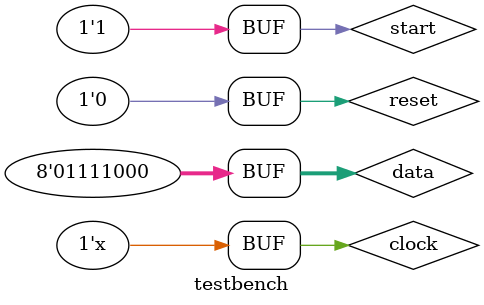
<source format=v>
`timescale 1ns / 1ps


module testbench();

    reg clock;
    reg reset;
    reg start;
    reg [7:0] data;
    wire sccb_clk;
    wire sccb_dat;
    
    sccb dut (
        .clock (clock),
        .reset (reset),
        .start (start),
        .data  (data),
        .sccb_clk ( sccb_clk),
        .sccb_dat ( sccb_dat)
    );
    
    initial begin
        clock = 0; reset = 0; start = 0; data = 8'h78;
    end
    
    always begin
        #5; clock = ~ clock;
    end
    
    initial begin
        #101; reset = 1;
        #20;  reset = 0;
        
        #100; start = 1;
    end
    
endmodule

</source>
